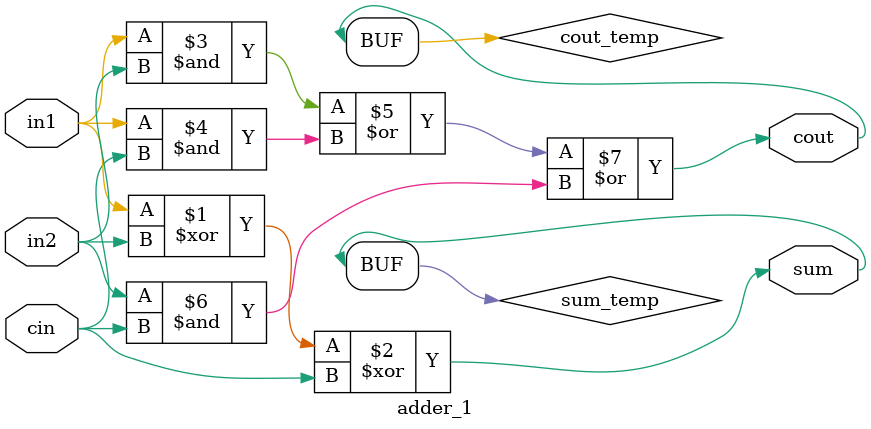
<source format=v>
module adder_64(output [63:0] sum,
                      output cout,
                      input [63:0] in1, in2,
                      input cin);

wire [63:0] sum_temp;
wire cout_temp;

adder_32 adder_32_1(sum[31:0], cout_temp, in1[31:0], in2[31:0], cin);
adder_32 adder_32_2(sum_temp[31:0], cout, in1[31:0], in2[31:0], cout_temp);
adder_32 adder_32_3(sum[63:32], cout, in1[63:32], in2[63:32], cout);

endmodule

//Design a 32-bit adder.
//There are two 32 bit inputs (in1 and in2) and a single carry-in input bit, cin.
//The outputs are a 32 bit value, [31:0] sum, and a single carry-out output bit, cout.
//The module should utilize the inputs (in1 and in2) and the cin bit to obtain the output sum and cout values.
module adder_32(output [31:0] sum,
                      output cout,
                      input [31:0] in1, in2,
                      input cin);

wire [31:0] sum_temp;
wire cout_temp;

adder_16 adder_16_1(sum[15:0], cout_temp, in1[15:0], in2[15:0], cin);
adder_16 adder_16_2(sum_temp[15:0], cout, in1[15:0], in2[15:0], cout_temp);
adder_16 adder_16_3(sum[31:16], cout, in1[31:16], in2[31:16], cout);

endmodule

//Design a 16-bit adder.
//There are two 16 bit inputs (in1 and in2) and a single carry-in input bit, cin.
//The outputs are a 16 bit value, [15:0] sum, and a single carry-out output bit, cout.
//The module should utilize the inputs (in1 and in2) and the cin bit to obtain the output sum and cout values.
module adder_16(output [15:0] sum,
                      output cout,
                      input [15:0] in1, in2,
                      input cin);

wire [15:0] sum_temp;
wire cout_temp;

adder_8 adder_8_1(sum[7:0], cout_temp, in1[7:0], in2[7:0], cin);
adder_8 adder_8_2(sum_temp[7:0], cout, in1[7:0], in2[7:0], cout_temp);
adder_8 adder_8_3(sum[15:8], cout, in1[15:8], in2[15:8], cout);

endmodule

//Design an 8-bit adder.
//There are two 8 bit inputs (in1 and in2) and a single carry-in input bit, cin.
//The outputs are a 8 bit value, [7:0] sum, and a single carry-out output bit, cout.
//The module should utilize the inputs (in1 and in2) and the cin bit to obtain the output sum and cout values.
module adder_8(output [7:0] sum,
                     output cout,
                     input [7:0] in1, in2,
                     input cin);

wire [7:0] sum_temp;
wire cout_temp;

adder_4 adder_4_1(sum[3:0], cout_temp, in1[3:0], in2[3:0], cin);
adder_4 adder_4_2(sum_temp[3:0], cout, in1[3:0], in2[3:0], cout_temp);
adder_4 adder_4_3(sum[7:4], cout, in1[7:4], in2[7:4], cout);

endmodule

//Design a 4-bit adder.
//There are two 4 bit inputs (in1 and in2) and a single carry-in input bit, cin.
//The outputs are a 4 bit value, [3:0] sum, and a single carry-out output bit, cout.
//The module should utilize the inputs (in1 and in2) and the cin bit to obtain the output sum and cout values.
module adder_4(output [3:0] sum,
                     output cout,
                     input [3:0] in1, in2,
                     input cin);

wire [3:0] sum_temp;
wire cout_temp;

adder_2 adder_2_1(sum[1:0], cout_temp, in1[1:0], in2[1:0], cin);
adder_2 adder_2_2(sum_temp[1:0], cout, in1[1:0], in2[1:0], cout_temp);
adder_2 adder_2_3(sum[3:2], cout, in1[3:2], in2[3:2], cout);

endmodule

//Design a 2-bit adder.
//There are two 2 bit inputs (in1 and in2) and a single carry-in input bit, cin.
//The outputs are a 2 bit value, [1:0] sum, and a single carry-out output bit, cout.
//The module should utilize the inputs (in1 and in2) and the cin bit to obtain the output sum and cout values.
module adder_2(output [1:0] sum,
                     output cout,
                     input [1:0] in1, in2,
                     input cin);

wire [1:0] sum_temp;
wire cout_temp;

adder_1 adder_1_1(sum[0], cout_temp, in1[0], in2[0], cin);
adder_1 adder_1_2(sum_temp[0], cout, in1[0], in2[0], cout_temp);
adder_1 adder_1_3(sum[1], cout, in1[1], in2[1], cout);

endmodule

//Design a 1-bit adder.
//There are two 1 bit inputs (in1 and in2) and a single carry-in input bit, cin.
//The outputs are a 1 bit value, [0] sum, and a single carry-out output bit, cout.
//The module should utilize the inputs (in1 and in2) and the cin bit to obtain the output sum and cout values.
module adder_1(output [0:0] sum,
                     output cout,
                     input [0:0] in1, in2,
                     input cin);

wire [0:0] sum_temp;
wire cout_temp;

assign sum_temp[0] = in1[0] ^ in2[0] ^ cin;
assign cout_temp = (in1[0] & in2[0]) | (in1[0] & cin) | (in2[0] & cin);
assign sum[0] = sum_temp[0];
assign cout = cout_temp;

endmodule
</source>
